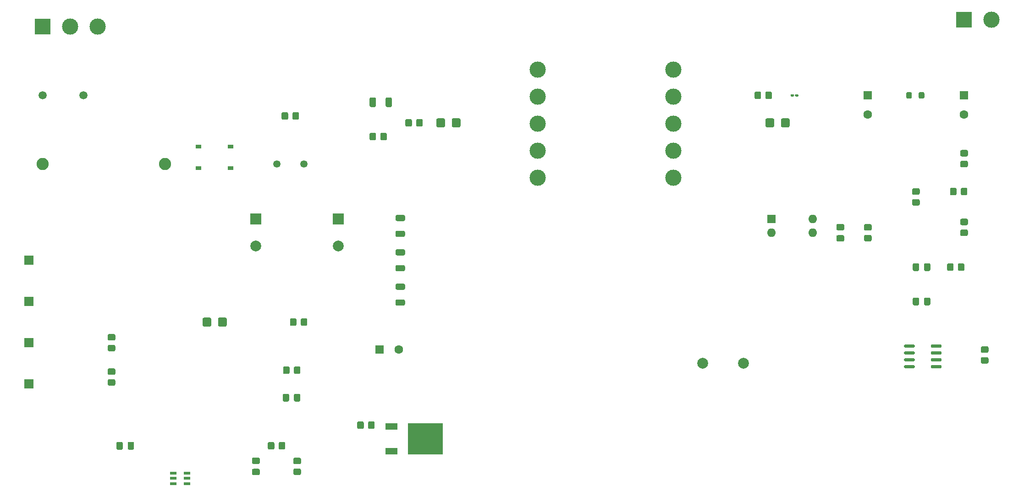
<source format=gbr>
%TF.GenerationSoftware,KiCad,Pcbnew,(5.1.10)-1*%
%TF.CreationDate,2024-07-26T12:52:35+05:30*%
%TF.ProjectId,Flyback_DC-DC,466c7962-6163-46b5-9f44-432d44432e6b,rev?*%
%TF.SameCoordinates,Original*%
%TF.FileFunction,Soldermask,Top*%
%TF.FilePolarity,Negative*%
%FSLAX46Y46*%
G04 Gerber Fmt 4.6, Leading zero omitted, Abs format (unit mm)*
G04 Created by KiCad (PCBNEW (5.1.10)-1) date 2024-07-26 12:52:35*
%MOMM*%
%LPD*%
G01*
G04 APERTURE LIST*
%ADD10C,3.000000*%
%ADD11C,2.000000*%
%ADD12R,2.000000X2.000000*%
%ADD13C,1.600000*%
%ADD14R,1.600000X1.600000*%
%ADD15R,1.000000X0.700000*%
%ADD16C,2.250000*%
%ADD17R,1.200000X0.600000*%
%ADD18R,3.000000X3.000000*%
%ADD19C,1.350000*%
%ADD20R,6.400000X5.800000*%
%ADD21R,2.200000X1.200000*%
%ADD22C,1.500000*%
%ADD23R,1.700000X1.700000*%
%ADD24O,1.600000X1.600000*%
G04 APERTURE END LIST*
D10*
%TO.C,T1*%
X152400000Y-74930000D03*
X152400000Y-69930000D03*
X152400000Y-64930000D03*
X152400000Y-59930000D03*
X152400000Y-54930000D03*
X177400000Y-54930000D03*
X177400000Y-59930000D03*
X177400000Y-64930000D03*
X177400000Y-69930000D03*
X177400000Y-74930000D03*
%TD*%
D11*
%TO.C,C1*%
X100330000Y-87550000D03*
D12*
X100330000Y-82550000D03*
%TD*%
%TO.C,C2*%
X115570000Y-82550000D03*
D11*
X115570000Y-87550000D03*
%TD*%
%TO.C,C3*%
G36*
G01*
X75750000Y-123985000D02*
X75750000Y-124935000D01*
G75*
G02*
X75500000Y-125185000I-250000J0D01*
G01*
X74825000Y-125185000D01*
G75*
G02*
X74575000Y-124935000I0J250000D01*
G01*
X74575000Y-123985000D01*
G75*
G02*
X74825000Y-123735000I250000J0D01*
G01*
X75500000Y-123735000D01*
G75*
G02*
X75750000Y-123985000I0J-250000D01*
G01*
G37*
G36*
G01*
X77825000Y-123985000D02*
X77825000Y-124935000D01*
G75*
G02*
X77575000Y-125185000I-250000J0D01*
G01*
X76900000Y-125185000D01*
G75*
G02*
X76650000Y-124935000I0J250000D01*
G01*
X76650000Y-123985000D01*
G75*
G02*
X76900000Y-123735000I250000J0D01*
G01*
X77575000Y-123735000D01*
G75*
G02*
X77825000Y-123985000I0J-250000D01*
G01*
G37*
%TD*%
%TO.C,C4*%
G36*
G01*
X108537500Y-115095000D02*
X108537500Y-116045000D01*
G75*
G02*
X108287500Y-116295000I-250000J0D01*
G01*
X107612500Y-116295000D01*
G75*
G02*
X107362500Y-116045000I0J250000D01*
G01*
X107362500Y-115095000D01*
G75*
G02*
X107612500Y-114845000I250000J0D01*
G01*
X108287500Y-114845000D01*
G75*
G02*
X108537500Y-115095000I0J-250000D01*
G01*
G37*
G36*
G01*
X106462500Y-115095000D02*
X106462500Y-116045000D01*
G75*
G02*
X106212500Y-116295000I-250000J0D01*
G01*
X105537500Y-116295000D01*
G75*
G02*
X105287500Y-116045000I0J250000D01*
G01*
X105287500Y-115095000D01*
G75*
G02*
X105537500Y-114845000I250000J0D01*
G01*
X106212500Y-114845000D01*
G75*
G02*
X106462500Y-115095000I0J-250000D01*
G01*
G37*
%TD*%
%TO.C,C5*%
G36*
G01*
X125445000Y-60309999D02*
X125445000Y-61610001D01*
G75*
G02*
X125195001Y-61860000I-249999J0D01*
G01*
X124544999Y-61860000D01*
G75*
G02*
X124295000Y-61610001I0J249999D01*
G01*
X124295000Y-60309999D01*
G75*
G02*
X124544999Y-60060000I249999J0D01*
G01*
X125195001Y-60060000D01*
G75*
G02*
X125445000Y-60309999I0J-249999D01*
G01*
G37*
G36*
G01*
X122495000Y-60309999D02*
X122495000Y-61610001D01*
G75*
G02*
X122245001Y-61860000I-249999J0D01*
G01*
X121594999Y-61860000D01*
G75*
G02*
X121345000Y-61610001I0J249999D01*
G01*
X121345000Y-60309999D01*
G75*
G02*
X121594999Y-60060000I249999J0D01*
G01*
X122245001Y-60060000D01*
G75*
G02*
X122495000Y-60309999I0J-249999D01*
G01*
G37*
%TD*%
%TO.C,C6*%
G36*
G01*
X99855000Y-128720000D02*
X100805000Y-128720000D01*
G75*
G02*
X101055000Y-128970000I0J-250000D01*
G01*
X101055000Y-129645000D01*
G75*
G02*
X100805000Y-129895000I-250000J0D01*
G01*
X99855000Y-129895000D01*
G75*
G02*
X99605000Y-129645000I0J250000D01*
G01*
X99605000Y-128970000D01*
G75*
G02*
X99855000Y-128720000I250000J0D01*
G01*
G37*
G36*
G01*
X99855000Y-126645000D02*
X100805000Y-126645000D01*
G75*
G02*
X101055000Y-126895000I0J-250000D01*
G01*
X101055000Y-127570000D01*
G75*
G02*
X100805000Y-127820000I-250000J0D01*
G01*
X99855000Y-127820000D01*
G75*
G02*
X99605000Y-127570000I0J250000D01*
G01*
X99605000Y-126895000D01*
G75*
G02*
X99855000Y-126645000I250000J0D01*
G01*
G37*
%TD*%
%TO.C,C7*%
G36*
G01*
X199732500Y-59590000D02*
X199732500Y-59790000D01*
G75*
G02*
X199632500Y-59890000I-100000J0D01*
G01*
X199197500Y-59890000D01*
G75*
G02*
X199097500Y-59790000I0J100000D01*
G01*
X199097500Y-59590000D01*
G75*
G02*
X199197500Y-59490000I100000J0D01*
G01*
X199632500Y-59490000D01*
G75*
G02*
X199732500Y-59590000I0J-100000D01*
G01*
G37*
G36*
G01*
X200547500Y-59590000D02*
X200547500Y-59790000D01*
G75*
G02*
X200447500Y-59890000I-100000J0D01*
G01*
X200012500Y-59890000D01*
G75*
G02*
X199912500Y-59790000I0J100000D01*
G01*
X199912500Y-59590000D01*
G75*
G02*
X200012500Y-59490000I100000J0D01*
G01*
X200447500Y-59490000D01*
G75*
G02*
X200547500Y-59590000I0J-100000D01*
G01*
G37*
%TD*%
%TO.C,C8*%
G36*
G01*
X207805000Y-85540000D02*
X208755000Y-85540000D01*
G75*
G02*
X209005000Y-85790000I0J-250000D01*
G01*
X209005000Y-86465000D01*
G75*
G02*
X208755000Y-86715000I-250000J0D01*
G01*
X207805000Y-86715000D01*
G75*
G02*
X207555000Y-86465000I0J250000D01*
G01*
X207555000Y-85790000D01*
G75*
G02*
X207805000Y-85540000I250000J0D01*
G01*
G37*
G36*
G01*
X207805000Y-83465000D02*
X208755000Y-83465000D01*
G75*
G02*
X209005000Y-83715000I0J-250000D01*
G01*
X209005000Y-84390000D01*
G75*
G02*
X208755000Y-84640000I-250000J0D01*
G01*
X207805000Y-84640000D01*
G75*
G02*
X207555000Y-84390000I0J250000D01*
G01*
X207555000Y-83715000D01*
G75*
G02*
X207805000Y-83465000I250000J0D01*
G01*
G37*
%TD*%
D13*
%TO.C,C9*%
X213360000Y-63190000D03*
D14*
X213360000Y-59690000D03*
%TD*%
%TO.C,C10*%
G36*
G01*
X221662500Y-91915000D02*
X221662500Y-90965000D01*
G75*
G02*
X221912500Y-90715000I250000J0D01*
G01*
X222587500Y-90715000D01*
G75*
G02*
X222837500Y-90965000I0J-250000D01*
G01*
X222837500Y-91915000D01*
G75*
G02*
X222587500Y-92165000I-250000J0D01*
G01*
X221912500Y-92165000D01*
G75*
G02*
X221662500Y-91915000I0J250000D01*
G01*
G37*
G36*
G01*
X223737500Y-91915000D02*
X223737500Y-90965000D01*
G75*
G02*
X223987500Y-90715000I250000J0D01*
G01*
X224662500Y-90715000D01*
G75*
G02*
X224912500Y-90965000I0J-250000D01*
G01*
X224912500Y-91915000D01*
G75*
G02*
X224662500Y-92165000I-250000J0D01*
G01*
X223987500Y-92165000D01*
G75*
G02*
X223737500Y-91915000I0J250000D01*
G01*
G37*
%TD*%
%TO.C,C11*%
X231140000Y-59690000D03*
D13*
X231140000Y-63190000D03*
%TD*%
%TO.C,C12*%
G36*
G01*
X224912500Y-97315000D02*
X224912500Y-98265000D01*
G75*
G02*
X224662500Y-98515000I-250000J0D01*
G01*
X223987500Y-98515000D01*
G75*
G02*
X223737500Y-98265000I0J250000D01*
G01*
X223737500Y-97315000D01*
G75*
G02*
X223987500Y-97065000I250000J0D01*
G01*
X224662500Y-97065000D01*
G75*
G02*
X224912500Y-97315000I0J-250000D01*
G01*
G37*
G36*
G01*
X222837500Y-97315000D02*
X222837500Y-98265000D01*
G75*
G02*
X222587500Y-98515000I-250000J0D01*
G01*
X221912500Y-98515000D01*
G75*
G02*
X221662500Y-98265000I0J250000D01*
G01*
X221662500Y-97315000D01*
G75*
G02*
X221912500Y-97065000I250000J0D01*
G01*
X222587500Y-97065000D01*
G75*
G02*
X222837500Y-97315000I0J-250000D01*
G01*
G37*
%TD*%
D14*
%TO.C,C13*%
X123190000Y-106680000D03*
D13*
X126690000Y-106680000D03*
%TD*%
D11*
%TO.C,C14*%
X182880000Y-109220000D03*
X190380000Y-109220000D03*
%TD*%
D15*
%TO.C,D1*%
X95685000Y-73120000D03*
X95685000Y-69120000D03*
X89735000Y-69120000D03*
X89735000Y-73120000D03*
%TD*%
%TO.C,D2*%
G36*
G01*
X92085000Y-101025000D02*
X92085000Y-102175000D01*
G75*
G02*
X91835000Y-102425000I-250000J0D01*
G01*
X90735000Y-102425000D01*
G75*
G02*
X90485000Y-102175000I0J250000D01*
G01*
X90485000Y-101025000D01*
G75*
G02*
X90735000Y-100775000I250000J0D01*
G01*
X91835000Y-100775000D01*
G75*
G02*
X92085000Y-101025000I0J-250000D01*
G01*
G37*
G36*
G01*
X94935000Y-101025000D02*
X94935000Y-102175000D01*
G75*
G02*
X94685000Y-102425000I-250000J0D01*
G01*
X93585000Y-102425000D01*
G75*
G02*
X93335000Y-102175000I0J250000D01*
G01*
X93335000Y-101025000D01*
G75*
G02*
X93585000Y-100775000I250000J0D01*
G01*
X94685000Y-100775000D01*
G75*
G02*
X94935000Y-101025000I0J-250000D01*
G01*
G37*
%TD*%
%TO.C,D3*%
G36*
G01*
X133665000Y-65345000D02*
X133665000Y-64195000D01*
G75*
G02*
X133915000Y-63945000I250000J0D01*
G01*
X135015000Y-63945000D01*
G75*
G02*
X135265000Y-64195000I0J-250000D01*
G01*
X135265000Y-65345000D01*
G75*
G02*
X135015000Y-65595000I-250000J0D01*
G01*
X133915000Y-65595000D01*
G75*
G02*
X133665000Y-65345000I0J250000D01*
G01*
G37*
G36*
G01*
X136515000Y-65345000D02*
X136515000Y-64195000D01*
G75*
G02*
X136765000Y-63945000I250000J0D01*
G01*
X137865000Y-63945000D01*
G75*
G02*
X138115000Y-64195000I0J-250000D01*
G01*
X138115000Y-65345000D01*
G75*
G02*
X137865000Y-65595000I-250000J0D01*
G01*
X136765000Y-65595000D01*
G75*
G02*
X136515000Y-65345000I0J250000D01*
G01*
G37*
%TD*%
%TO.C,D4*%
G36*
G01*
X196070000Y-64195000D02*
X196070000Y-65345000D01*
G75*
G02*
X195820000Y-65595000I-250000J0D01*
G01*
X194720000Y-65595000D01*
G75*
G02*
X194470000Y-65345000I0J250000D01*
G01*
X194470000Y-64195000D01*
G75*
G02*
X194720000Y-63945000I250000J0D01*
G01*
X195820000Y-63945000D01*
G75*
G02*
X196070000Y-64195000I0J-250000D01*
G01*
G37*
G36*
G01*
X198920000Y-64195000D02*
X198920000Y-65345000D01*
G75*
G02*
X198670000Y-65595000I-250000J0D01*
G01*
X197570000Y-65595000D01*
G75*
G02*
X197320000Y-65345000I0J250000D01*
G01*
X197320000Y-64195000D01*
G75*
G02*
X197570000Y-63945000I250000J0D01*
G01*
X198670000Y-63945000D01*
G75*
G02*
X198920000Y-64195000I0J-250000D01*
G01*
G37*
%TD*%
D16*
%TO.C,F1*%
X60960000Y-72390000D03*
X83560000Y-72390000D03*
%TD*%
D17*
%TO.C,IC1*%
X85110000Y-129540000D03*
X85110000Y-130490000D03*
X85110000Y-131440000D03*
X87610000Y-131440000D03*
X87610000Y-130490000D03*
X87610000Y-129540000D03*
%TD*%
D10*
%TO.C,J1*%
X71120000Y-46990000D03*
X66040000Y-46990000D03*
D18*
X60960000Y-46990000D03*
%TD*%
%TO.C,J2*%
X231140000Y-45720000D03*
D10*
X236220000Y-45720000D03*
%TD*%
D19*
%TO.C,L1*%
X104180000Y-72390000D03*
X109180000Y-72390000D03*
%TD*%
%TO.C,L2*%
G36*
G01*
X220455000Y-60040001D02*
X220455000Y-59339999D01*
G75*
G02*
X220704999Y-59090000I249999J0D01*
G01*
X221255001Y-59090000D01*
G75*
G02*
X221505000Y-59339999I0J-249999D01*
G01*
X221505000Y-60040001D01*
G75*
G02*
X221255001Y-60290000I-249999J0D01*
G01*
X220704999Y-60290000D01*
G75*
G02*
X220455000Y-60040001I0J249999D01*
G01*
G37*
G36*
G01*
X222755000Y-60040001D02*
X222755000Y-59339999D01*
G75*
G02*
X223004999Y-59090000I249999J0D01*
G01*
X223555001Y-59090000D01*
G75*
G02*
X223805000Y-59339999I0J-249999D01*
G01*
X223805000Y-60040001D01*
G75*
G02*
X223555001Y-60290000I-249999J0D01*
G01*
X223004999Y-60290000D01*
G75*
G02*
X222755000Y-60040001I0J249999D01*
G01*
G37*
%TD*%
D20*
%TO.C,Q1*%
X131640000Y-123190000D03*
D21*
X125340000Y-125470000D03*
X125340000Y-120910000D03*
%TD*%
%TO.C,R1*%
G36*
G01*
X106280000Y-63049999D02*
X106280000Y-63950001D01*
G75*
G02*
X106030001Y-64200000I-249999J0D01*
G01*
X105329999Y-64200000D01*
G75*
G02*
X105080000Y-63950001I0J249999D01*
G01*
X105080000Y-63049999D01*
G75*
G02*
X105329999Y-62800000I249999J0D01*
G01*
X106030001Y-62800000D01*
G75*
G02*
X106280000Y-63049999I0J-249999D01*
G01*
G37*
G36*
G01*
X108280000Y-63049999D02*
X108280000Y-63950001D01*
G75*
G02*
X108030001Y-64200000I-249999J0D01*
G01*
X107329999Y-64200000D01*
G75*
G02*
X107080000Y-63950001I0J249999D01*
G01*
X107080000Y-63049999D01*
G75*
G02*
X107329999Y-62800000I249999J0D01*
G01*
X108030001Y-62800000D01*
G75*
G02*
X108280000Y-63049999I0J-249999D01*
G01*
G37*
%TD*%
%TO.C,R2*%
G36*
G01*
X73209999Y-105810000D02*
X74110001Y-105810000D01*
G75*
G02*
X74360000Y-106059999I0J-249999D01*
G01*
X74360000Y-106760001D01*
G75*
G02*
X74110001Y-107010000I-249999J0D01*
G01*
X73209999Y-107010000D01*
G75*
G02*
X72960000Y-106760001I0J249999D01*
G01*
X72960000Y-106059999D01*
G75*
G02*
X73209999Y-105810000I249999J0D01*
G01*
G37*
G36*
G01*
X73209999Y-103810000D02*
X74110001Y-103810000D01*
G75*
G02*
X74360000Y-104059999I0J-249999D01*
G01*
X74360000Y-104760001D01*
G75*
G02*
X74110001Y-105010000I-249999J0D01*
G01*
X73209999Y-105010000D01*
G75*
G02*
X72960000Y-104760001I0J249999D01*
G01*
X72960000Y-104059999D01*
G75*
G02*
X73209999Y-103810000I249999J0D01*
G01*
G37*
%TD*%
%TO.C,R3*%
G36*
G01*
X74110001Y-111360000D02*
X73209999Y-111360000D01*
G75*
G02*
X72960000Y-111110001I0J249999D01*
G01*
X72960000Y-110409999D01*
G75*
G02*
X73209999Y-110160000I249999J0D01*
G01*
X74110001Y-110160000D01*
G75*
G02*
X74360000Y-110409999I0J-249999D01*
G01*
X74360000Y-111110001D01*
G75*
G02*
X74110001Y-111360000I-249999J0D01*
G01*
G37*
G36*
G01*
X74110001Y-113360000D02*
X73209999Y-113360000D01*
G75*
G02*
X72960000Y-113110001I0J249999D01*
G01*
X72960000Y-112409999D01*
G75*
G02*
X73209999Y-112160000I249999J0D01*
G01*
X74110001Y-112160000D01*
G75*
G02*
X74360000Y-112409999I0J-249999D01*
G01*
X74360000Y-113110001D01*
G75*
G02*
X74110001Y-113360000I-249999J0D01*
G01*
G37*
%TD*%
%TO.C,R4*%
G36*
G01*
X109820000Y-101149999D02*
X109820000Y-102050001D01*
G75*
G02*
X109570001Y-102300000I-249999J0D01*
G01*
X108869999Y-102300000D01*
G75*
G02*
X108620000Y-102050001I0J249999D01*
G01*
X108620000Y-101149999D01*
G75*
G02*
X108869999Y-100900000I249999J0D01*
G01*
X109570001Y-100900000D01*
G75*
G02*
X109820000Y-101149999I0J-249999D01*
G01*
G37*
G36*
G01*
X107820000Y-101149999D02*
X107820000Y-102050001D01*
G75*
G02*
X107570001Y-102300000I-249999J0D01*
G01*
X106869999Y-102300000D01*
G75*
G02*
X106620000Y-102050001I0J249999D01*
G01*
X106620000Y-101149999D01*
G75*
G02*
X106869999Y-100900000I249999J0D01*
G01*
X107570001Y-100900000D01*
G75*
G02*
X107820000Y-101149999I0J-249999D01*
G01*
G37*
%TD*%
%TO.C,R5*%
G36*
G01*
X105350000Y-110940001D02*
X105350000Y-110039999D01*
G75*
G02*
X105599999Y-109790000I249999J0D01*
G01*
X106300001Y-109790000D01*
G75*
G02*
X106550000Y-110039999I0J-249999D01*
G01*
X106550000Y-110940001D01*
G75*
G02*
X106300001Y-111190000I-249999J0D01*
G01*
X105599999Y-111190000D01*
G75*
G02*
X105350000Y-110940001I0J249999D01*
G01*
G37*
G36*
G01*
X107350000Y-110940001D02*
X107350000Y-110039999D01*
G75*
G02*
X107599999Y-109790000I249999J0D01*
G01*
X108300001Y-109790000D01*
G75*
G02*
X108550000Y-110039999I0J-249999D01*
G01*
X108550000Y-110940001D01*
G75*
G02*
X108300001Y-111190000I-249999J0D01*
G01*
X107599999Y-111190000D01*
G75*
G02*
X107350000Y-110940001I0J249999D01*
G01*
G37*
%TD*%
%TO.C,R6*%
G36*
G01*
X126374999Y-81795000D02*
X127625001Y-81795000D01*
G75*
G02*
X127875000Y-82044999I0J-249999D01*
G01*
X127875000Y-82670001D01*
G75*
G02*
X127625001Y-82920000I-249999J0D01*
G01*
X126374999Y-82920000D01*
G75*
G02*
X126125000Y-82670001I0J249999D01*
G01*
X126125000Y-82044999D01*
G75*
G02*
X126374999Y-81795000I249999J0D01*
G01*
G37*
G36*
G01*
X126374999Y-84720000D02*
X127625001Y-84720000D01*
G75*
G02*
X127875000Y-84969999I0J-249999D01*
G01*
X127875000Y-85595001D01*
G75*
G02*
X127625001Y-85845000I-249999J0D01*
G01*
X126374999Y-85845000D01*
G75*
G02*
X126125000Y-85595001I0J249999D01*
G01*
X126125000Y-84969999D01*
G75*
G02*
X126374999Y-84720000I249999J0D01*
G01*
G37*
%TD*%
%TO.C,R7*%
G36*
G01*
X126374999Y-91070000D02*
X127625001Y-91070000D01*
G75*
G02*
X127875000Y-91319999I0J-249999D01*
G01*
X127875000Y-91945001D01*
G75*
G02*
X127625001Y-92195000I-249999J0D01*
G01*
X126374999Y-92195000D01*
G75*
G02*
X126125000Y-91945001I0J249999D01*
G01*
X126125000Y-91319999D01*
G75*
G02*
X126374999Y-91070000I249999J0D01*
G01*
G37*
G36*
G01*
X126374999Y-88145000D02*
X127625001Y-88145000D01*
G75*
G02*
X127875000Y-88394999I0J-249999D01*
G01*
X127875000Y-89020001D01*
G75*
G02*
X127625001Y-89270000I-249999J0D01*
G01*
X126374999Y-89270000D01*
G75*
G02*
X126125000Y-89020001I0J249999D01*
G01*
X126125000Y-88394999D01*
G75*
G02*
X126374999Y-88145000I249999J0D01*
G01*
G37*
%TD*%
%TO.C,R8*%
G36*
G01*
X126374999Y-94495000D02*
X127625001Y-94495000D01*
G75*
G02*
X127875000Y-94744999I0J-249999D01*
G01*
X127875000Y-95370001D01*
G75*
G02*
X127625001Y-95620000I-249999J0D01*
G01*
X126374999Y-95620000D01*
G75*
G02*
X126125000Y-95370001I0J249999D01*
G01*
X126125000Y-94744999D01*
G75*
G02*
X126374999Y-94495000I249999J0D01*
G01*
G37*
G36*
G01*
X126374999Y-97420000D02*
X127625001Y-97420000D01*
G75*
G02*
X127875000Y-97669999I0J-249999D01*
G01*
X127875000Y-98295001D01*
G75*
G02*
X127625001Y-98545000I-249999J0D01*
G01*
X126374999Y-98545000D01*
G75*
G02*
X126125000Y-98295001I0J249999D01*
G01*
X126125000Y-97669999D01*
G75*
G02*
X126374999Y-97420000I249999J0D01*
G01*
G37*
%TD*%
%TO.C,R9*%
G36*
G01*
X122520000Y-66859999D02*
X122520000Y-67760001D01*
G75*
G02*
X122270001Y-68010000I-249999J0D01*
G01*
X121569999Y-68010000D01*
G75*
G02*
X121320000Y-67760001I0J249999D01*
G01*
X121320000Y-66859999D01*
G75*
G02*
X121569999Y-66610000I249999J0D01*
G01*
X122270001Y-66610000D01*
G75*
G02*
X122520000Y-66859999I0J-249999D01*
G01*
G37*
G36*
G01*
X124520000Y-66859999D02*
X124520000Y-67760001D01*
G75*
G02*
X124270001Y-68010000I-249999J0D01*
G01*
X123569999Y-68010000D01*
G75*
G02*
X123320000Y-67760001I0J249999D01*
G01*
X123320000Y-66859999D01*
G75*
G02*
X123569999Y-66610000I249999J0D01*
G01*
X124270001Y-66610000D01*
G75*
G02*
X124520000Y-66859999I0J-249999D01*
G01*
G37*
%TD*%
%TO.C,R10*%
G36*
G01*
X131140000Y-64319999D02*
X131140000Y-65220001D01*
G75*
G02*
X130890001Y-65470000I-249999J0D01*
G01*
X130189999Y-65470000D01*
G75*
G02*
X129940000Y-65220001I0J249999D01*
G01*
X129940000Y-64319999D01*
G75*
G02*
X130189999Y-64070000I249999J0D01*
G01*
X130890001Y-64070000D01*
G75*
G02*
X131140000Y-64319999I0J-249999D01*
G01*
G37*
G36*
G01*
X129140000Y-64319999D02*
X129140000Y-65220001D01*
G75*
G02*
X128890001Y-65470000I-249999J0D01*
G01*
X128189999Y-65470000D01*
G75*
G02*
X127940000Y-65220001I0J249999D01*
G01*
X127940000Y-64319999D01*
G75*
G02*
X128189999Y-64070000I249999J0D01*
G01*
X128890001Y-64070000D01*
G75*
G02*
X129140000Y-64319999I0J-249999D01*
G01*
G37*
%TD*%
%TO.C,R11*%
G36*
G01*
X120250000Y-120199999D02*
X120250000Y-121100001D01*
G75*
G02*
X120000001Y-121350000I-249999J0D01*
G01*
X119299999Y-121350000D01*
G75*
G02*
X119050000Y-121100001I0J249999D01*
G01*
X119050000Y-120199999D01*
G75*
G02*
X119299999Y-119950000I249999J0D01*
G01*
X120000001Y-119950000D01*
G75*
G02*
X120250000Y-120199999I0J-249999D01*
G01*
G37*
G36*
G01*
X122250000Y-120199999D02*
X122250000Y-121100001D01*
G75*
G02*
X122000001Y-121350000I-249999J0D01*
G01*
X121299999Y-121350000D01*
G75*
G02*
X121050000Y-121100001I0J249999D01*
G01*
X121050000Y-120199999D01*
G75*
G02*
X121299999Y-119950000I249999J0D01*
G01*
X122000001Y-119950000D01*
G75*
G02*
X122250000Y-120199999I0J-249999D01*
G01*
G37*
%TD*%
%TO.C,R12*%
G36*
G01*
X105740000Y-124009999D02*
X105740000Y-124910001D01*
G75*
G02*
X105490001Y-125160000I-249999J0D01*
G01*
X104789999Y-125160000D01*
G75*
G02*
X104540000Y-124910001I0J249999D01*
G01*
X104540000Y-124009999D01*
G75*
G02*
X104789999Y-123760000I249999J0D01*
G01*
X105490001Y-123760000D01*
G75*
G02*
X105740000Y-124009999I0J-249999D01*
G01*
G37*
G36*
G01*
X103740000Y-124009999D02*
X103740000Y-124910001D01*
G75*
G02*
X103490001Y-125160000I-249999J0D01*
G01*
X102789999Y-125160000D01*
G75*
G02*
X102540000Y-124910001I0J249999D01*
G01*
X102540000Y-124009999D01*
G75*
G02*
X102789999Y-123760000I249999J0D01*
G01*
X103490001Y-123760000D01*
G75*
G02*
X103740000Y-124009999I0J-249999D01*
G01*
G37*
%TD*%
%TO.C,R13*%
G36*
G01*
X108400001Y-127870000D02*
X107499999Y-127870000D01*
G75*
G02*
X107250000Y-127620001I0J249999D01*
G01*
X107250000Y-126919999D01*
G75*
G02*
X107499999Y-126670000I249999J0D01*
G01*
X108400001Y-126670000D01*
G75*
G02*
X108650000Y-126919999I0J-249999D01*
G01*
X108650000Y-127620001D01*
G75*
G02*
X108400001Y-127870000I-249999J0D01*
G01*
G37*
G36*
G01*
X108400001Y-129870000D02*
X107499999Y-129870000D01*
G75*
G02*
X107250000Y-129620001I0J249999D01*
G01*
X107250000Y-128919999D01*
G75*
G02*
X107499999Y-128670000I249999J0D01*
G01*
X108400001Y-128670000D01*
G75*
G02*
X108650000Y-128919999I0J-249999D01*
G01*
X108650000Y-129620001D01*
G75*
G02*
X108400001Y-129870000I-249999J0D01*
G01*
G37*
%TD*%
%TO.C,R14*%
G36*
G01*
X195640000Y-59239999D02*
X195640000Y-60140001D01*
G75*
G02*
X195390001Y-60390000I-249999J0D01*
G01*
X194689999Y-60390000D01*
G75*
G02*
X194440000Y-60140001I0J249999D01*
G01*
X194440000Y-59239999D01*
G75*
G02*
X194689999Y-58990000I249999J0D01*
G01*
X195390001Y-58990000D01*
G75*
G02*
X195640000Y-59239999I0J-249999D01*
G01*
G37*
G36*
G01*
X193640000Y-59239999D02*
X193640000Y-60140001D01*
G75*
G02*
X193390001Y-60390000I-249999J0D01*
G01*
X192689999Y-60390000D01*
G75*
G02*
X192440000Y-60140001I0J249999D01*
G01*
X192440000Y-59239999D01*
G75*
G02*
X192689999Y-58990000I249999J0D01*
G01*
X193390001Y-58990000D01*
G75*
G02*
X193640000Y-59239999I0J-249999D01*
G01*
G37*
%TD*%
%TO.C,R15*%
G36*
G01*
X213810001Y-84690000D02*
X212909999Y-84690000D01*
G75*
G02*
X212660000Y-84440001I0J249999D01*
G01*
X212660000Y-83739999D01*
G75*
G02*
X212909999Y-83490000I249999J0D01*
G01*
X213810001Y-83490000D01*
G75*
G02*
X214060000Y-83739999I0J-249999D01*
G01*
X214060000Y-84440001D01*
G75*
G02*
X213810001Y-84690000I-249999J0D01*
G01*
G37*
G36*
G01*
X213810001Y-86690000D02*
X212909999Y-86690000D01*
G75*
G02*
X212660000Y-86440001I0J249999D01*
G01*
X212660000Y-85739999D01*
G75*
G02*
X212909999Y-85490000I249999J0D01*
G01*
X213810001Y-85490000D01*
G75*
G02*
X214060000Y-85739999I0J-249999D01*
G01*
X214060000Y-86440001D01*
G75*
G02*
X213810001Y-86690000I-249999J0D01*
G01*
G37*
%TD*%
%TO.C,R16*%
G36*
G01*
X222700001Y-80070000D02*
X221799999Y-80070000D01*
G75*
G02*
X221550000Y-79820001I0J249999D01*
G01*
X221550000Y-79119999D01*
G75*
G02*
X221799999Y-78870000I249999J0D01*
G01*
X222700001Y-78870000D01*
G75*
G02*
X222950000Y-79119999I0J-249999D01*
G01*
X222950000Y-79820001D01*
G75*
G02*
X222700001Y-80070000I-249999J0D01*
G01*
G37*
G36*
G01*
X222700001Y-78070000D02*
X221799999Y-78070000D01*
G75*
G02*
X221550000Y-77820001I0J249999D01*
G01*
X221550000Y-77119999D01*
G75*
G02*
X221799999Y-76870000I249999J0D01*
G01*
X222700001Y-76870000D01*
G75*
G02*
X222950000Y-77119999I0J-249999D01*
G01*
X222950000Y-77820001D01*
G75*
G02*
X222700001Y-78070000I-249999J0D01*
G01*
G37*
%TD*%
%TO.C,R17*%
G36*
G01*
X231740000Y-77019999D02*
X231740000Y-77920001D01*
G75*
G02*
X231490001Y-78170000I-249999J0D01*
G01*
X230789999Y-78170000D01*
G75*
G02*
X230540000Y-77920001I0J249999D01*
G01*
X230540000Y-77019999D01*
G75*
G02*
X230789999Y-76770000I249999J0D01*
G01*
X231490001Y-76770000D01*
G75*
G02*
X231740000Y-77019999I0J-249999D01*
G01*
G37*
G36*
G01*
X229740000Y-77019999D02*
X229740000Y-77920001D01*
G75*
G02*
X229490001Y-78170000I-249999J0D01*
G01*
X228789999Y-78170000D01*
G75*
G02*
X228540000Y-77920001I0J249999D01*
G01*
X228540000Y-77019999D01*
G75*
G02*
X228789999Y-76770000I249999J0D01*
G01*
X229490001Y-76770000D01*
G75*
G02*
X229740000Y-77019999I0J-249999D01*
G01*
G37*
%TD*%
%TO.C,R18*%
G36*
G01*
X230000000Y-91890001D02*
X230000000Y-90989999D01*
G75*
G02*
X230249999Y-90740000I249999J0D01*
G01*
X230950001Y-90740000D01*
G75*
G02*
X231200000Y-90989999I0J-249999D01*
G01*
X231200000Y-91890001D01*
G75*
G02*
X230950001Y-92140000I-249999J0D01*
G01*
X230249999Y-92140000D01*
G75*
G02*
X230000000Y-91890001I0J249999D01*
G01*
G37*
G36*
G01*
X228000000Y-91890001D02*
X228000000Y-90989999D01*
G75*
G02*
X228249999Y-90740000I249999J0D01*
G01*
X228950001Y-90740000D01*
G75*
G02*
X229200000Y-90989999I0J-249999D01*
G01*
X229200000Y-91890001D01*
G75*
G02*
X228950001Y-92140000I-249999J0D01*
G01*
X228249999Y-92140000D01*
G75*
G02*
X228000000Y-91890001I0J249999D01*
G01*
G37*
%TD*%
%TO.C,R19*%
G36*
G01*
X230689999Y-71790000D02*
X231590001Y-71790000D01*
G75*
G02*
X231840000Y-72039999I0J-249999D01*
G01*
X231840000Y-72740001D01*
G75*
G02*
X231590001Y-72990000I-249999J0D01*
G01*
X230689999Y-72990000D01*
G75*
G02*
X230440000Y-72740001I0J249999D01*
G01*
X230440000Y-72039999D01*
G75*
G02*
X230689999Y-71790000I249999J0D01*
G01*
G37*
G36*
G01*
X230689999Y-69790000D02*
X231590001Y-69790000D01*
G75*
G02*
X231840000Y-70039999I0J-249999D01*
G01*
X231840000Y-70740001D01*
G75*
G02*
X231590001Y-70990000I-249999J0D01*
G01*
X230689999Y-70990000D01*
G75*
G02*
X230440000Y-70740001I0J249999D01*
G01*
X230440000Y-70039999D01*
G75*
G02*
X230689999Y-69790000I249999J0D01*
G01*
G37*
%TD*%
%TO.C,R20*%
G36*
G01*
X231590001Y-83690000D02*
X230689999Y-83690000D01*
G75*
G02*
X230440000Y-83440001I0J249999D01*
G01*
X230440000Y-82739999D01*
G75*
G02*
X230689999Y-82490000I249999J0D01*
G01*
X231590001Y-82490000D01*
G75*
G02*
X231840000Y-82739999I0J-249999D01*
G01*
X231840000Y-83440001D01*
G75*
G02*
X231590001Y-83690000I-249999J0D01*
G01*
G37*
G36*
G01*
X231590001Y-85690000D02*
X230689999Y-85690000D01*
G75*
G02*
X230440000Y-85440001I0J249999D01*
G01*
X230440000Y-84739999D01*
G75*
G02*
X230689999Y-84490000I249999J0D01*
G01*
X231590001Y-84490000D01*
G75*
G02*
X231840000Y-84739999I0J-249999D01*
G01*
X231840000Y-85440001D01*
G75*
G02*
X231590001Y-85690000I-249999J0D01*
G01*
G37*
%TD*%
%TO.C,R21*%
G36*
G01*
X234499999Y-106080000D02*
X235400001Y-106080000D01*
G75*
G02*
X235650000Y-106329999I0J-249999D01*
G01*
X235650000Y-107030001D01*
G75*
G02*
X235400001Y-107280000I-249999J0D01*
G01*
X234499999Y-107280000D01*
G75*
G02*
X234250000Y-107030001I0J249999D01*
G01*
X234250000Y-106329999D01*
G75*
G02*
X234499999Y-106080000I249999J0D01*
G01*
G37*
G36*
G01*
X234499999Y-108080000D02*
X235400001Y-108080000D01*
G75*
G02*
X235650000Y-108329999I0J-249999D01*
G01*
X235650000Y-109030001D01*
G75*
G02*
X235400001Y-109280000I-249999J0D01*
G01*
X234499999Y-109280000D01*
G75*
G02*
X234250000Y-109030001I0J249999D01*
G01*
X234250000Y-108329999D01*
G75*
G02*
X234499999Y-108080000I249999J0D01*
G01*
G37*
%TD*%
D22*
%TO.C,RV1*%
X60960000Y-59690000D03*
X68460000Y-59690000D03*
%TD*%
D23*
%TO.C,TP1*%
X58420000Y-90170000D03*
%TD*%
%TO.C,TP2*%
X58420000Y-97790000D03*
%TD*%
%TO.C,TP3*%
X58420000Y-105410000D03*
%TD*%
%TO.C,TP4*%
X58420000Y-113030000D03*
%TD*%
%TO.C,U1*%
G36*
G01*
X225020000Y-106195000D02*
X225020000Y-105895000D01*
G75*
G02*
X225170000Y-105745000I150000J0D01*
G01*
X226820000Y-105745000D01*
G75*
G02*
X226970000Y-105895000I0J-150000D01*
G01*
X226970000Y-106195000D01*
G75*
G02*
X226820000Y-106345000I-150000J0D01*
G01*
X225170000Y-106345000D01*
G75*
G02*
X225020000Y-106195000I0J150000D01*
G01*
G37*
G36*
G01*
X225020000Y-107465000D02*
X225020000Y-107165000D01*
G75*
G02*
X225170000Y-107015000I150000J0D01*
G01*
X226820000Y-107015000D01*
G75*
G02*
X226970000Y-107165000I0J-150000D01*
G01*
X226970000Y-107465000D01*
G75*
G02*
X226820000Y-107615000I-150000J0D01*
G01*
X225170000Y-107615000D01*
G75*
G02*
X225020000Y-107465000I0J150000D01*
G01*
G37*
G36*
G01*
X225020000Y-108735000D02*
X225020000Y-108435000D01*
G75*
G02*
X225170000Y-108285000I150000J0D01*
G01*
X226820000Y-108285000D01*
G75*
G02*
X226970000Y-108435000I0J-150000D01*
G01*
X226970000Y-108735000D01*
G75*
G02*
X226820000Y-108885000I-150000J0D01*
G01*
X225170000Y-108885000D01*
G75*
G02*
X225020000Y-108735000I0J150000D01*
G01*
G37*
G36*
G01*
X225020000Y-110005000D02*
X225020000Y-109705000D01*
G75*
G02*
X225170000Y-109555000I150000J0D01*
G01*
X226820000Y-109555000D01*
G75*
G02*
X226970000Y-109705000I0J-150000D01*
G01*
X226970000Y-110005000D01*
G75*
G02*
X226820000Y-110155000I-150000J0D01*
G01*
X225170000Y-110155000D01*
G75*
G02*
X225020000Y-110005000I0J150000D01*
G01*
G37*
G36*
G01*
X220070000Y-110005000D02*
X220070000Y-109705000D01*
G75*
G02*
X220220000Y-109555000I150000J0D01*
G01*
X221870000Y-109555000D01*
G75*
G02*
X222020000Y-109705000I0J-150000D01*
G01*
X222020000Y-110005000D01*
G75*
G02*
X221870000Y-110155000I-150000J0D01*
G01*
X220220000Y-110155000D01*
G75*
G02*
X220070000Y-110005000I0J150000D01*
G01*
G37*
G36*
G01*
X220070000Y-108735000D02*
X220070000Y-108435000D01*
G75*
G02*
X220220000Y-108285000I150000J0D01*
G01*
X221870000Y-108285000D01*
G75*
G02*
X222020000Y-108435000I0J-150000D01*
G01*
X222020000Y-108735000D01*
G75*
G02*
X221870000Y-108885000I-150000J0D01*
G01*
X220220000Y-108885000D01*
G75*
G02*
X220070000Y-108735000I0J150000D01*
G01*
G37*
G36*
G01*
X220070000Y-107465000D02*
X220070000Y-107165000D01*
G75*
G02*
X220220000Y-107015000I150000J0D01*
G01*
X221870000Y-107015000D01*
G75*
G02*
X222020000Y-107165000I0J-150000D01*
G01*
X222020000Y-107465000D01*
G75*
G02*
X221870000Y-107615000I-150000J0D01*
G01*
X220220000Y-107615000D01*
G75*
G02*
X220070000Y-107465000I0J150000D01*
G01*
G37*
G36*
G01*
X220070000Y-106195000D02*
X220070000Y-105895000D01*
G75*
G02*
X220220000Y-105745000I150000J0D01*
G01*
X221870000Y-105745000D01*
G75*
G02*
X222020000Y-105895000I0J-150000D01*
G01*
X222020000Y-106195000D01*
G75*
G02*
X221870000Y-106345000I-150000J0D01*
G01*
X220220000Y-106345000D01*
G75*
G02*
X220070000Y-106195000I0J150000D01*
G01*
G37*
%TD*%
D14*
%TO.C,U2*%
X195580000Y-82550000D03*
D24*
X203200000Y-85090000D03*
X195580000Y-85090000D03*
X203200000Y-82550000D03*
%TD*%
M02*

</source>
